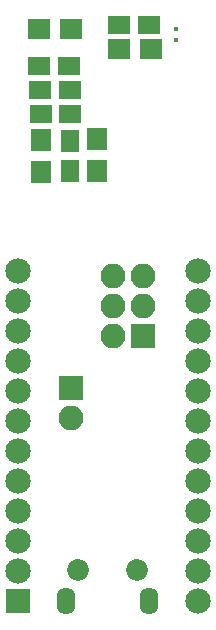
<source format=gbr>
G04 #@! TF.FileFunction,Soldermask,Bot*
%FSLAX46Y46*%
G04 Gerber Fmt 4.6, Leading zero omitted, Abs format (unit mm)*
G04 Created by KiCad (PCBNEW 4.0.7) date 09/16/18 04:57:12*
%MOMM*%
%LPD*%
G01*
G04 APERTURE LIST*
%ADD10C,0.100000*%
%ADD11R,2.152600X2.152600*%
%ADD12C,2.152600*%
%ADD13R,1.900000X1.650000*%
%ADD14R,1.650000X1.900000*%
%ADD15C,0.402000*%
%ADD16R,1.700000X1.900000*%
%ADD17C,1.850000*%
%ADD18O,1.600000X2.300000*%
%ADD19R,2.100000X2.100000*%
%ADD20O,2.100000X2.100000*%
%ADD21R,1.900000X1.700000*%
G04 APERTURE END LIST*
D10*
D11*
X101600000Y-152146000D03*
D12*
X101600000Y-149606000D03*
X101600000Y-147066000D03*
X101600000Y-144526000D03*
X101600000Y-141986000D03*
X101600000Y-139446000D03*
X101600000Y-136906000D03*
X101600000Y-134366000D03*
X101600000Y-131826000D03*
X101600000Y-129286000D03*
X101600000Y-126746000D03*
X101600000Y-124206000D03*
X116840000Y-124206000D03*
X116840000Y-126746000D03*
X116840000Y-129286000D03*
X116840000Y-131826000D03*
X116840000Y-134366000D03*
X116840000Y-136906000D03*
X116840000Y-139446000D03*
X116840000Y-141986000D03*
X116840000Y-144526000D03*
X116840000Y-147066000D03*
X116840000Y-149606000D03*
X116840000Y-152146000D03*
D13*
X103494200Y-108930440D03*
X105994200Y-108930440D03*
X103547540Y-110964980D03*
X106047540Y-110964980D03*
D14*
X105976420Y-115740180D03*
X105976420Y-113240180D03*
D15*
X115001040Y-103738260D03*
X115001040Y-104638260D03*
X115001040Y-104638260D03*
X115001040Y-103738260D03*
D16*
X103538020Y-113140500D03*
X103538020Y-115840500D03*
X108325921Y-113080821D03*
X108325921Y-115780821D03*
D13*
X103428160Y-106870500D03*
X105928160Y-106870500D03*
D17*
X106669200Y-149508980D03*
X111669200Y-149508980D03*
D18*
X105669200Y-152208980D03*
X112669200Y-152208980D03*
D19*
X106072940Y-134167880D03*
D20*
X106072940Y-136707880D03*
D19*
X112229900Y-129715260D03*
D20*
X109689900Y-129715260D03*
X112229900Y-127175260D03*
X109689900Y-127175260D03*
X112229900Y-124635260D03*
X109689900Y-124635260D03*
D13*
X110199800Y-103388160D03*
X112699800Y-103388160D03*
D21*
X103430080Y-103756460D03*
X106130080Y-103756460D03*
X110144580Y-105417620D03*
X112844580Y-105417620D03*
M02*

</source>
